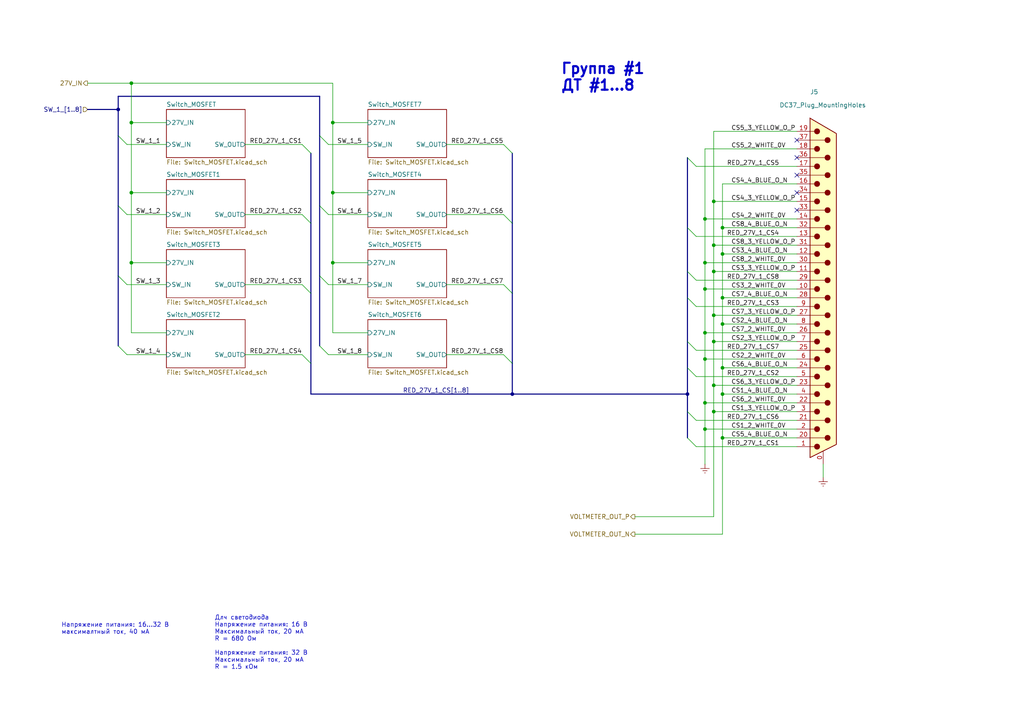
<source format=kicad_sch>
(kicad_sch (version 20231120) (generator "eeschema") (generator_version "8.0")
  (paper "A4")
  (lib_symbols
    (symbol "Connector:DC37_Plug_MountingHoles" (pin_names (offset 1.016) hide)
      (property "Reference" "J" (at 0 52.705 0))
      (property "Value" "DC37_Plug_MountingHoles" (at 0 50.8 0))
      (symbol "DC37_Plug_MountingHoles_0_1"
        (circle (center -1.778 -45.72) (radius 0.762) (fill (type outline)))
        (circle (center -1.778 -40.64) (radius 0.762) (fill (type outline)))
        (circle (center -1.778 -35.56) (radius 0.762) (fill (type outline)))
        (circle (center -1.778 -30.48) (radius 0.762) (fill (type outline)))
        (circle (center -1.778 -25.4) (radius 0.762) (fill (type outline)))
        (circle (center -1.778 -20.32) (radius 0.762) (fill (type outline)))
        (circle (center -1.778 -15.24) (radius 0.762) (fill (type outline)))
        (circle (center -1.778 -10.16) (radius 0.762) (fill (type outline)))
        (circle (center -1.778 -5.08) (radius 0.762) (fill (type outline)))
        (circle (center -1.778 0) (radius 0.762) (fill (type outline)))
        (circle (center -1.778 5.08) (radius 0.762) (fill (type outline)))
        (circle (center -1.778 10.16) (radius 0.762) (fill (type outline)))
        (circle (center -1.778 15.24) (radius 0.762) (fill (type outline)))
        (circle (center -1.778 20.32) (radius 0.762) (fill (type outline)))
        (circle (center -1.778 25.4) (radius 0.762) (fill (type outline)))
        (circle (center -1.778 30.48) (radius 0.762) (fill (type outline)))
        (circle (center -1.778 35.56) (radius 0.762) (fill (type outline)))
        (circle (center -1.778 40.64) (radius 0.762) (fill (type outline)))
        (circle (center -1.778 45.72) (radius 0.762) (fill (type outline)))
        (polyline (pts (xy -3.81 -45.72) (xy -2.54 -45.72)))
        (polyline (pts (xy -3.81 -43.18) (xy 0.508 -43.18)))
        (polyline (pts (xy -3.81 -40.64) (xy -2.54 -40.64)))
        (polyline (pts (xy -3.81 -38.1) (xy 0.508 -38.1)))
        (polyline (pts (xy -3.81 -35.56) (xy -2.54 -35.56)))
        (polyline (pts (xy -3.81 -33.02) (xy 0.508 -33.02)))
        (polyline (pts (xy -3.81 -30.48) (xy -2.54 -30.48)))
        (polyline (pts (xy -3.81 -27.94) (xy 0.508 -27.94)))
        (polyline (pts (xy -3.81 -25.4) (xy -2.54 -25.4)))
        (polyline (pts (xy -3.81 -22.86) (xy 0.508 -22.86)))
        (polyline (pts (xy -3.81 -20.32) (xy -2.54 -20.32)))
        (polyline (pts (xy -3.81 -17.78) (xy 0.508 -17.78)))
        (polyline (pts (xy -3.81 -15.24) (xy -2.54 -15.24)))
        (polyline (pts (xy -3.81 -12.7) (xy 0.508 -12.7)))
        (polyline (pts (xy -3.81 -10.16) (xy -2.54 -10.16)))
        (polyline (pts (xy -3.81 -7.62) (xy 0.508 -7.62)))
        (polyline (pts (xy -3.81 -5.08) (xy -2.54 -5.08)))
        (polyline (pts (xy -3.81 -2.54) (xy 0.508 -2.54)))
        (polyline (pts (xy -3.81 0) (xy -2.54 0)))
        (polyline (pts (xy -3.81 2.54) (xy 0.508 2.54)))
        (polyline (pts (xy -3.81 5.08) (xy -2.54 5.08)))
        (polyline (pts (xy -3.81 7.62) (xy 0.508 7.62)))
        (polyline (pts (xy -3.81 10.16) (xy -2.54 10.16)))
        (polyline (pts (xy -3.81 12.7) (xy 0.508 12.7)))
        (polyline (pts (xy -3.81 15.24) (xy -2.54 15.24)))
        (polyline (pts (xy -3.81 17.78) (xy 0.508 17.78)))
        (polyline (pts (xy -3.81 20.32) (xy -2.54 20.32)))
        (polyline (pts (xy -3.81 22.86) (xy 0.508 22.86)))
        (polyline (pts (xy -3.81 25.4) (xy -2.54 25.4)))
        (polyline (pts (xy -3.81 27.94) (xy 0.508 27.94)))
        (polyline (pts (xy -3.81 30.48) (xy -2.54 30.48)))
        (polyline (pts (xy -3.81 33.02) (xy 0.508 33.02)))
        (polyline (pts (xy -3.81 35.56) (xy -2.54 35.56)))
        (polyline (pts (xy -3.81 38.1) (xy 0.508 38.1)))
        (polyline (pts (xy -3.81 40.64) (xy -2.54 40.64)))
        (polyline (pts (xy -3.81 43.18) (xy 0.508 43.18)))
        (polyline (pts (xy -3.81 45.72) (xy -2.54 45.72)))
        (polyline (pts (xy -3.81 49.53) (xy 3.81 45.085) (xy 3.81 -45.085) (xy -3.81 -48.895) (xy -3.81 49.53)) (stroke (width 0.254)) (fill (type background)))
        (circle (center 1.27 -43.18) (radius 0.762) (fill (type outline)))
        (circle (center 1.27 -38.1) (radius 0.762) (fill (type outline)))
        (circle (center 1.27 -33.02) (radius 0.762) (fill (type outline)))
        (circle (center 1.27 -27.94) (radius 0.762) (fill (type outline)))
        (circle (center 1.27 -22.86) (radius 0.762) (fill (type outline)))
        (circle (center 1.27 -17.78) (radius 0.762) (fill (type outline)))
        (circle (center 1.27 -12.7) (radius 0.762) (fill (type outline)))
        (circle (center 1.27 -7.62) (radius 0.762) (fill (type outline)))
        (circle (center 1.27 -2.54) (radius 0.762) (fill (type outline)))
        (circle (center 1.27 2.54) (radius 0.762) (fill (type outline)))
        (circle (center 1.27 7.62) (radius 0.762) (fill (type outline)))
        (circle (center 1.27 12.7) (radius 0.762) (fill (type outline)))
        (circle (center 1.27 17.78) (radius 0.762) (fill (type outline)))
        (circle (center 1.27 22.86) (radius 0.762) (fill (type outline)))
        (circle (center 1.27 27.94) (radius 0.762) (fill (type outline)))
        (circle (center 1.27 33.02) (radius 0.762) (fill (type outline)))
        (circle (center 1.27 38.1) (radius 0.762) (fill (type outline)))
        (circle (center 1.27 43.18) (radius 0.762) (fill (type outline)))
      )
      (symbol "DC37_Plug_MountingHoles_1_1"
        (pin passive line (at 0 -50.8 90) (length 3.81) (name "PAD") (number "0"))
        (pin passive line (at -7.62 -45.72 0) (length 3.81) (name "1") (number "1"))
        (pin passive line (at -7.62 0 0) (length 3.81) (name "10") (number "10"))
        (pin passive line (at -7.62 5.08 0) (length 3.81) (name "11") (number "11"))
        (pin passive line (at -7.62 10.16 0) (length 3.81) (name "12") (number "12"))
        (pin passive line (at -7.62 15.24 0) (length 3.81) (name "13") (number "13"))
        (pin passive line (at -7.62 20.32 0) (length 3.81) (name "14") (number "14"))
        (pin passive line (at -7.62 25.4 0) (length 3.81) (name "15") (number "15"))
        (pin passive line (at -7.62 30.48 0) (length 3.81) (name "16") (number "16"))
        (pin passive line (at -7.62 35.56 0) (length 3.81) (name "17") (number "17"))
        (pin passive line (at -7.62 40.64 0) (length 3.81) (name "18") (number "18"))
        (pin passive line (at -7.62 45.72 0) (length 3.81) (name "19") (number "19"))
        (pin passive line (at -7.62 -40.64 0) (length 3.81) (name "2") (number "2"))
        (pin passive line (at -7.62 -43.18 0) (length 3.81) (name "20") (number "20"))
        (pin passive line (at -7.62 -38.1 0) (length 3.81) (name "21") (number "21"))
        (pin passive line (at -7.62 -33.02 0) (length 3.81) (name "22") (number "22"))
        (pin passive line (at -7.62 -27.94 0) (length 3.81) (name "23") (number "23"))
        (pin passive line (at -7.62 -22.86 0) (length 3.81) (name "24") (number "24"))
        (pin passive line (at -7.62 -17.78 0) (length 3.81) (name "25") (number "25"))
        (pin passive line (at -7.62 -12.7 0) (length 3.81) (name "26") (number "26"))
        (pin passive line (at -7.62 -7.62 0) (length 3.81) (name "27") (number "27"))
        (pin passive line (at -7.62 -2.54 0) (length 3.81) (name "28") (number "28"))
        (pin passive line (at -7.62 2.54 0) (length 3.81) (name "29") (number "29"))
        (pin passive line (at -7.62 -35.56 0) (length 3.81) (name "3") (number "3"))
        (pin passive line (at -7.62 7.62 0) (length 3.81) (name "30") (number "30"))
        (pin passive line (at -7.62 12.7 0) (length 3.81) (name "31") (number "31"))
        (pin passive line (at -7.62 17.78 0) (length 3.81) (name "32") (number "32"))
        (pin passive line (at -7.62 22.86 0) (length 3.81) (name "33") (number "33"))
        (pin passive line (at -7.62 27.94 0) (length 3.81) (name "34") (number "34"))
        (pin passive line (at -7.62 33.02 0) (length 3.81) (name "35") (number "35"))
        (pin passive line (at -7.62 38.1 0) (length 3.81) (name "36") (number "36"))
        (pin passive line (at -7.62 43.18 0) (length 3.81) (name "37") (number "37"))
        (pin passive line (at -7.62 -30.48 0) (length 3.81) (name "4") (number "4"))
        (pin passive line (at -7.62 -25.4 0) (length 3.81) (name "5") (number "5"))
        (pin passive line (at -7.62 -20.32 0) (length 3.81) (name "6") (number "6"))
        (pin passive line (at -7.62 -15.24 0) (length 3.81) (name "7") (number "7"))
        (pin passive line (at -7.62 -10.16 0) (length 3.81) (name "8") (number "8"))
        (pin passive line (at -7.62 -5.08 0) (length 3.81) (name "9") (number "9"))
      )
    )
    (symbol "power:Earth" (power) (pin_names (offset 0))
      (symbol "Earth_0_1"
        (polyline (pts (xy -0.635 -1.905) (xy 0.635 -1.905)))
        (polyline (pts (xy -0.127 -2.54) (xy 0.127 -2.54)))
        (polyline (pts (xy 0 -1.27) (xy 0 0)))
        (polyline (pts (xy 1.27 -1.27) (xy -1.27 -1.27)))
      )
      (symbol "Earth_1_1"
        (pin power_in line (at 0 0 270) (length 0) hide (name "Earth") (number "1"))
      )
    )
  )
  (junction (at 204.47 96.52))
  (junction (at 207.01 119.38))
  (junction (at 34.29 31.75))
  (junction (at 209.55 73.66))
  (junction (at 207.01 58.42))
  (junction (at 209.55 106.68))
  (junction (at 204.47 116.84))
  (junction (at 204.47 63.5))
  (junction (at 204.47 124.46))
  (junction (at 38.1 24.13))
  (junction (at 96.52 35.56))
  (junction (at 209.55 93.98))
  (junction (at 207.01 71.12))
  (junction (at 207.01 91.44))
  (junction (at 204.47 76.2))
  (junction (at 207.01 78.74))
  (junction (at 96.52 76.2))
  (junction (at 207.01 99.06))
  (junction (at 148.59 114.3))
  (junction (at 209.55 127))
  (junction (at 38.1 55.88))
  (junction (at 38.1 35.56))
  (junction (at 209.55 66.04))
  (junction (at 199.39 114.3))
  (junction (at 204.47 83.82))
  (junction (at 209.55 86.36))
  (junction (at 204.47 104.14))
  (junction (at 96.52 55.88))
  (junction (at 38.1 76.2))
  (junction (at 207.01 111.76))
  (junction (at 209.55 114.3))
  (no_connect (at 231.14 60.96))
  (no_connect (at 231.14 40.64))
  (no_connect (at 231.14 50.8))
  (no_connect (at 231.14 55.88))
  (no_connect (at 231.14 45.72))
  (bus_entry (at 92.71 39.37) (size 2.54 2.54))
  (bus_entry (at 199.39 119.38) (size 2.54 2.54))
  (bus_entry (at 87.63 41.91) (size 2.54 2.54))
  (bus_entry (at 199.39 86.36) (size 2.54 2.54))
  (bus_entry (at 146.05 62.23) (size 2.54 2.54))
  (bus_entry (at 34.29 59.69) (size 2.54 2.54))
  (bus_entry (at 199.39 66.04) (size 2.54 2.54))
  (bus_entry (at 87.63 102.87) (size 2.54 2.54))
  (bus_entry (at 34.29 39.37) (size 2.54 2.54))
  (bus_entry (at 146.05 82.55) (size 2.54 2.54))
  (bus_entry (at 146.05 102.87) (size 2.54 2.54))
  (bus_entry (at 92.71 59.69) (size 2.54 2.54))
  (bus_entry (at 92.71 80.01) (size 2.54 2.54))
  (bus_entry (at 92.71 100.33) (size 2.54 2.54))
  (bus_entry (at 87.63 62.23) (size 2.54 2.54))
  (bus_entry (at 199.39 45.72) (size 2.54 2.54))
  (bus_entry (at 199.39 78.74) (size 2.54 2.54))
  (bus_entry (at 199.39 127) (size 2.54 2.54))
  (bus_entry (at 34.29 100.33) (size 2.54 2.54))
  (bus_entry (at 87.63 82.55) (size 2.54 2.54))
  (bus_entry (at 199.39 99.06) (size 2.54 2.54))
  (bus_entry (at 146.05 41.91) (size 2.54 2.54))
  (bus_entry (at 34.29 80.01) (size 2.54 2.54))
  (bus_entry (at 199.39 106.68) (size 2.54 2.54))
  (wire (pts (xy 231.14 53.34) (xy 209.55 53.34)))
  (wire (pts (xy 201.93 129.54) (xy 231.14 129.54)))
  (bus (pts (xy 34.29 31.75) (xy 25.4 31.75)))
  (wire (pts (xy 207.01 119.38) (xy 207.01 149.86)))
  (wire (pts (xy 207.01 119.38) (xy 231.14 119.38)))
  (wire (pts (xy 207.01 71.12) (xy 231.14 71.12)))
  (wire (pts (xy 209.55 73.66) (xy 231.14 73.66)))
  (wire (pts (xy 204.47 43.18) (xy 204.47 63.5)))
  (wire (pts (xy 48.26 55.88) (xy 38.1 55.88)))
  (wire (pts (xy 201.93 109.22) (xy 231.14 109.22)))
  (wire (pts (xy 204.47 124.46) (xy 204.47 134.62)))
  (wire (pts (xy 95.25 62.23) (xy 106.68 62.23)))
  (wire (pts (xy 201.93 121.92) (xy 231.14 121.92)))
  (bus (pts (xy 92.71 80.01) (xy 92.71 59.69)))
  (wire (pts (xy 96.52 35.56) (xy 96.52 24.13)))
  (wire (pts (xy 209.55 53.34) (xy 209.55 66.04)))
  (wire (pts (xy 184.15 149.86) (xy 207.01 149.86)))
  (bus (pts (xy 34.29 27.94) (xy 34.29 31.75)))
  (bus (pts (xy 92.71 39.37) (xy 92.71 27.94)))
  (wire (pts (xy 204.47 116.84) (xy 204.47 124.46)))
  (wire (pts (xy 129.54 41.91) (xy 146.05 41.91)))
  (wire (pts (xy 36.83 62.23) (xy 48.26 62.23)))
  (wire (pts (xy 207.01 91.44) (xy 231.14 91.44)))
  (wire (pts (xy 204.47 116.84) (xy 231.14 116.84)))
  (wire (pts (xy 207.01 58.42) (xy 207.01 71.12)))
  (wire (pts (xy 204.47 83.82) (xy 231.14 83.82)))
  (wire (pts (xy 204.47 124.46) (xy 231.14 124.46)))
  (wire (pts (xy 96.52 96.52) (xy 96.52 76.2)))
  (bus (pts (xy 90.17 85.09) (xy 90.17 105.41)))
  (wire (pts (xy 71.12 62.23) (xy 87.63 62.23)))
  (wire (pts (xy 209.55 106.68) (xy 209.55 114.3)))
  (wire (pts (xy 209.55 66.04) (xy 209.55 73.66)))
  (wire (pts (xy 204.47 63.5) (xy 231.14 63.5)))
  (wire (pts (xy 38.1 55.88) (xy 38.1 35.56)))
  (wire (pts (xy 71.12 102.87) (xy 87.63 102.87)))
  (wire (pts (xy 207.01 58.42) (xy 231.14 58.42)))
  (wire (pts (xy 204.47 96.52) (xy 231.14 96.52)))
  (wire (pts (xy 204.47 63.5) (xy 204.47 76.2)))
  (wire (pts (xy 71.12 82.55) (xy 87.63 82.55)))
  (wire (pts (xy 201.93 68.58) (xy 231.14 68.58)))
  (wire (pts (xy 204.47 104.14) (xy 204.47 116.84)))
  (bus (pts (xy 199.39 86.36) (xy 199.39 99.06)))
  (wire (pts (xy 204.47 104.14) (xy 231.14 104.14)))
  (wire (pts (xy 207.01 111.76) (xy 231.14 111.76)))
  (wire (pts (xy 106.68 35.56) (xy 96.52 35.56)))
  (wire (pts (xy 209.55 127) (xy 209.55 154.94)))
  (bus (pts (xy 148.59 105.41) (xy 148.59 114.3)))
  (wire (pts (xy 209.55 114.3) (xy 231.14 114.3)))
  (wire (pts (xy 209.55 73.66) (xy 209.55 86.36)))
  (wire (pts (xy 209.55 93.98) (xy 231.14 93.98)))
  (bus (pts (xy 90.17 64.77) (xy 90.17 85.09)))
  (bus (pts (xy 148.59 44.45) (xy 148.59 64.77)))
  (wire (pts (xy 201.93 48.26) (xy 231.14 48.26)))
  (wire (pts (xy 95.25 41.91) (xy 106.68 41.91)))
  (wire (pts (xy 204.47 76.2) (xy 231.14 76.2)))
  (wire (pts (xy 204.47 83.82) (xy 204.47 96.52)))
  (bus (pts (xy 90.17 105.41) (xy 90.17 114.3)))
  (wire (pts (xy 36.83 102.87) (xy 48.26 102.87)))
  (bus (pts (xy 34.29 80.01) (xy 34.29 100.33)))
  (wire (pts (xy 36.83 41.91) (xy 48.26 41.91)))
  (wire (pts (xy 106.68 55.88) (xy 96.52 55.88)))
  (wire (pts (xy 209.55 114.3) (xy 209.55 127)))
  (wire (pts (xy 207.01 38.1) (xy 207.01 58.42)))
  (bus (pts (xy 148.59 64.77) (xy 148.59 85.09)))
  (wire (pts (xy 209.55 86.36) (xy 209.55 93.98)))
  (wire (pts (xy 209.55 93.98) (xy 209.55 106.68)))
  (wire (pts (xy 96.52 55.88) (xy 96.52 35.56)))
  (wire (pts (xy 209.55 127) (xy 231.14 127)))
  (bus (pts (xy 148.59 114.3) (xy 199.39 114.3)))
  (wire (pts (xy 38.1 24.13) (xy 96.52 24.13)))
  (wire (pts (xy 106.68 76.2) (xy 96.52 76.2)))
  (bus (pts (xy 92.71 59.69) (xy 92.71 39.37)))
  (bus (pts (xy 199.39 66.04) (xy 199.39 78.74)))
  (wire (pts (xy 96.52 76.2) (xy 96.52 55.88)))
  (wire (pts (xy 106.68 96.52) (xy 96.52 96.52)))
  (bus (pts (xy 90.17 44.45) (xy 90.17 64.77)))
  (wire (pts (xy 209.55 66.04) (xy 231.14 66.04)))
  (wire (pts (xy 207.01 99.06) (xy 231.14 99.06)))
  (wire (pts (xy 71.12 41.91) (xy 87.63 41.91)))
  (bus (pts (xy 34.29 39.37) (xy 34.29 59.69)))
  (wire (pts (xy 231.14 38.1) (xy 207.01 38.1)))
  (wire (pts (xy 129.54 102.87) (xy 146.05 102.87)))
  (wire (pts (xy 201.93 81.28) (xy 231.14 81.28)))
  (wire (pts (xy 238.76 134.62) (xy 238.76 138.43)))
  (bus (pts (xy 199.39 106.68) (xy 199.39 114.3)))
  (bus (pts (xy 148.59 85.09) (xy 148.59 105.41)))
  (wire (pts (xy 48.26 35.56) (xy 38.1 35.56)))
  (wire (pts (xy 204.47 76.2) (xy 204.47 83.82)))
  (wire (pts (xy 207.01 91.44) (xy 207.01 99.06)))
  (wire (pts (xy 209.55 106.68) (xy 231.14 106.68)))
  (wire (pts (xy 207.01 111.76) (xy 207.01 119.38)))
  (bus (pts (xy 199.39 119.38) (xy 199.39 127)))
  (wire (pts (xy 201.93 101.6) (xy 231.14 101.6)))
  (wire (pts (xy 129.54 62.23) (xy 146.05 62.23)))
  (wire (pts (xy 207.01 78.74) (xy 207.01 91.44)))
  (wire (pts (xy 95.25 102.87) (xy 106.68 102.87)))
  (bus (pts (xy 90.17 114.3) (xy 148.59 114.3)))
  (wire (pts (xy 48.26 96.52) (xy 38.1 96.52)))
  (wire (pts (xy 38.1 35.56) (xy 38.1 24.13)))
  (bus (pts (xy 199.39 78.74) (xy 199.39 86.36)))
  (wire (pts (xy 207.01 78.74) (xy 231.14 78.74)))
  (wire (pts (xy 38.1 96.52) (xy 38.1 76.2)))
  (wire (pts (xy 207.01 99.06) (xy 207.01 111.76)))
  (bus (pts (xy 92.71 100.33) (xy 92.71 80.01)))
  (wire (pts (xy 184.15 154.94) (xy 209.55 154.94)))
  (bus (pts (xy 199.39 114.3) (xy 199.39 119.38)))
  (wire (pts (xy 207.01 71.12) (xy 207.01 78.74)))
  (wire (pts (xy 25.4 24.13) (xy 38.1 24.13)))
  (bus (pts (xy 199.39 99.06) (xy 199.39 106.68)))
  (bus (pts (xy 199.39 45.72) (xy 199.39 66.04)))
  (wire (pts (xy 38.1 76.2) (xy 38.1 55.88)))
  (bus (pts (xy 92.71 27.94) (xy 34.29 27.94)))
  (wire (pts (xy 95.25 82.55) (xy 106.68 82.55)))
  (bus (pts (xy 34.29 59.69) (xy 34.29 80.01)))
  (wire (pts (xy 36.83 82.55) (xy 48.26 82.55)))
  (wire (pts (xy 129.54 82.55) (xy 146.05 82.55)))
  (wire (pts (xy 231.14 43.18) (xy 204.47 43.18)))
  (wire (pts (xy 204.47 96.52) (xy 204.47 104.14)))
  (wire (pts (xy 209.55 86.36) (xy 231.14 86.36)))
  (bus (pts (xy 34.29 31.75) (xy 34.29 39.37)))
  (wire (pts (xy 201.93 88.9) (xy 231.14 88.9)))
  (wire (pts (xy 38.1 76.2) (xy 48.26 76.2)))
  (text "Группа #1\nДТ #1...8" (at 162.56 26.67 0) (effects (font (size 3 3) (thickness 0.6) (bold yes)) (justify left bottom)))
  (text "Длч светодиода\nНапряжение питания: 16 В\nМаксимальный ток, 20 мА\nR = 680 Ом\n\nНапряжение питания: 32 В\nМаксимальный ток, 20 мА\nR = 1.5 кОм" (at 62.23 194.31 0) (effects (font (size 1.27 1.27)) (justify left bottom)))
  (text "Напряжение питания: 16...32 В\nмаксималтный ток, 40 мА" (at 17.78 184.15 0) (effects (font (size 1.27 1.27)) (justify left bottom)))
  (label "CS7_2_WHITE_0V" (at 212.09 96.52 0))
  (label "CS1_3_YELLOW_O_P" (at 212.09 119.38 0))
  (label "SW_1_7" (at 97.79 82.55 0))
  (label "RED_27V_1_CS2" (at 210.82 109.22 0))
  (label "CS3_3_YELLOW_O_P" (at 212.09 78.74 0))
  (label "CS3_4_BLUE_O_N" (at 212.09 73.66 0))
  (label "RED_27V_1_CS8" (at 210.82 81.28 0))
  (label "SW_1_8" (at 97.79 102.87 0))
  (label "CS4_3_YELLOW_O_P" (at 212.09 58.42 0))
  (label "RED_27V_1_CS5" (at 210.82 48.26 0))
  (label "SW_1_1" (at 39.37 41.91 0))
  (label "RED_27V_1_CS6" (at 210.82 121.92 0))
  (label "CS8_3_YELLOW_O_P" (at 212.09 71.12 0))
  (label "CS8_4_BLUE_O_N" (at 212.09 66.04 0))
  (label "RED_27V_1_CS1" (at 72.39 41.91 0))
  (label "RED_27V_1_CS4" (at 72.39 102.87 0))
  (label "CS1_2_WHITE_0V" (at 212.09 124.46 0))
  (label "CS6_4_BLUE_O_N" (at 212.09 106.68 0))
  (label "RED_27V_1_CS3" (at 210.82 88.9 0))
  (label "CS6_2_WHITE_0V" (at 212.09 116.84 0))
  (label "CS2_4_BLUE_O_N" (at 212.09 93.98 0))
  (label "RED_27V_1_CS6" (at 130.81 62.23 0))
  (label "RED_27V_1_CS8" (at 130.81 102.87 0))
  (label "RED_27V_1_CS3" (at 72.39 82.55 0))
  (label "CS3_2_WHITE_0V" (at 212.09 83.82 0))
  (label "CS2_2_WHITE_0V" (at 212.09 104.14 0))
  (label "SW_1_5" (at 97.79 41.91 0))
  (label "RED_27V_1_CS5" (at 130.81 41.91 0))
  (label "SW_1_2" (at 39.37 62.23 0))
  (label "RED_27V_1_CS2" (at 72.39 62.23 0))
  (label "CS5_3_YELLOW_O_P" (at 212.09 38.1 0))
  (label "CS5_4_BLUE_O_N" (at 212.09 127 0))
  (label "RED_27V_1_CS1" (at 210.82 129.54 0))
  (label "SW_1_3" (at 39.37 82.55 0))
  (label "CS1_4_BLUE_O_N" (at 212.09 114.3 0))
  (label "RED_27V_1_CS[1..8]" (at 116.84 114.3 0))
  (label "RED_27V_1_CS4" (at 210.82 68.58 0))
  (label "CS4_2_WHITE_0V" (at 212.09 63.5 0))
  (label "CS7_3_YELLOW_O_P" (at 212.09 91.44 0))
  (label "SW_1_4" (at 39.37 102.87 0))
  (label "CS8_2_WHITE_0V" (at 212.09 76.2 0))
  (label "CS7_4_BLUE_O_N" (at 212.09 86.36 0))
  (label "CS2_3_YELLOW_O_P" (at 212.09 99.06 0))
  (label "CS4_4_BLUE_O_N" (at 212.09 53.34 0))
  (label "SW_1_6" (at 97.79 62.23 0))
  (label "CS5_2_WHITE_0V" (at 212.09 43.18 0))
  (label "RED_27V_1_CS7" (at 210.82 101.6 0))
  (label "CS6_3_YELLOW_O_P" (at 212.09 111.76 0))
  (label "RED_27V_1_CS7" (at 130.81 82.55 0))
  (hierarchical_label "VOLTMETER_OUT_N" (shape output) (at 184.15 154.94 180))
  (hierarchical_label "SW_1_[1..8]" (shape input) (at 25.4 31.75 180))
  (hierarchical_label "VOLTMETER_OUT_P" (shape output) (at 184.15 149.86 180))
  (hierarchical_label "27V_IN" (shape output) (at 25.4 24.13 180))
  (symbol (lib_id "Connector:DC37_Plug_MountingHoles") (at 238.76 83.82 0) (unit 1)
    (property "Reference" "J5" (at 234.95 26.67 0) (effects (justify left)))
    (property "Value" "DC37_Plug_MountingHoles" (at 226.06 30.48 0) (effects (justify left)))
    (property "Footprint" "Connector_Dsub:DSUB-37_Male_Vertical_P2.77x2.84mm_MountingHoles" (effects (hide yes)))
    (property "Datasheet" " ~" (effects (hide yes)))
  )
  (symbol (lib_id "power:Earth") (at 238.76 138.43 0) (unit 1)
    (property "Reference" "#PWR023" (effects (hide yes)))
    (property "Value" "Earth" (effects (hide yes)))
  )
  (symbol (lib_id "power:Earth") (at 204.47 134.62 0) (unit 1)
    (property "Reference" "#PWR022" (effects (hide yes)))
    (property "Value" "Earth" (effects (hide yes)))
  )
  (sheet (at 106.68 31.75) (size 22.86 13.97) (stroke (width 0.1524))
    (property "Sheetname" "Switch_MOSFET7" (at 106.68 31.0384 0) (effects (justify left bottom)))
    (property "Sheetfile" "Switch_MOSFET.kicad_sch" (at 106.68 46.3046 0) (effects (justify left top)))
    (pin "SW_OUT" output (at 129.54 41.91 0))
    (pin "SW_IN" input (at 106.68 41.91 180))
    (pin "27V_IN" input (at 106.68 35.56 180))
  )
  (sheet (at 106.68 92.71) (size 22.86 13.97) (stroke (width 0.1524))
    (property "Sheetname" "Switch_MOSFET6" (at 106.68 91.9984 0) (effects (justify left bottom)))
    (property "Sheetfile" "Switch_MOSFET.kicad_sch" (at 106.68 107.2646 0) (effects (justify left top)))
    (pin "SW_OUT" output (at 129.54 102.87 0))
    (pin "SW_IN" input (at 106.68 102.87 180))
    (pin "27V_IN" input (at 106.68 96.52 180))
  )
  (sheet (at 48.26 52.07) (size 22.86 13.97) (stroke (width 0.1524))
    (property "Sheetname" "Switch_MOSFET1" (at 48.26 51.3584 0) (effects (justify left bottom)))
    (property "Sheetfile" "Switch_MOSFET.kicad_sch" (at 48.26 66.6246 0) (effects (justify left top)))
    (pin "SW_OUT" output (at 71.12 62.23 0))
    (pin "SW_IN" input (at 48.26 62.23 180))
    (pin "27V_IN" input (at 48.26 55.88 180))
  )
  (sheet (at 48.26 72.39) (size 22.86 13.97) (stroke (width 0.1524))
    (property "Sheetname" "Switch_MOSFET3" (at 48.26 71.6784 0) (effects (justify left bottom)))
    (property "Sheetfile" "Switch_MOSFET.kicad_sch" (at 48.26 86.9446 0) (effects (justify left top)))
    (pin "SW_OUT" output (at 71.12 82.55 0))
    (pin "SW_IN" input (at 48.26 82.55 180))
    (pin "27V_IN" input (at 48.26 76.2 180))
  )
  (sheet (at 48.26 31.75) (size 22.86 13.97) (stroke (width 0.1524))
    (property "Sheetname" "Switch_MOSFET" (at 48.26 31.0384 0) (effects (justify left bottom)))
    (property "Sheetfile" "Switch_MOSFET.kicad_sch" (at 48.26 46.3046 0) (effects (justify left top)))
    (pin "SW_OUT" output (at 71.12 41.91 0))
    (pin "SW_IN" input (at 48.26 41.91 180))
    (pin "27V_IN" input (at 48.26 35.56 180))
  )
  (sheet (at 48.26 92.71) (size 22.86 13.97) (stroke (width 0.1524))
    (property "Sheetname" "Switch_MOSFET2" (at 48.26 91.9984 0) (effects (justify left bottom)))
    (property "Sheetfile" "Switch_MOSFET.kicad_sch" (at 48.26 107.2646 0) (effects (justify left top)))
    (pin "SW_OUT" output (at 71.12 102.87 0))
    (pin "SW_IN" input (at 48.26 102.87 180))
    (pin "27V_IN" input (at 48.26 96.52 180))
  )
  (sheet (at 106.68 72.39) (size 22.86 13.97) (stroke (width 0.1524))
    (property "Sheetname" "Switch_MOSFET5" (at 106.68 71.6784 0) (effects (justify left bottom)))
    (property "Sheetfile" "Switch_MOSFET.kicad_sch" (at 106.68 86.9446 0) (effects (justify left top)))
    (pin "SW_OUT" output (at 129.54 82.55 0))
    (pin "SW_IN" input (at 106.68 82.55 180))
    (pin "27V_IN" input (at 106.68 76.2 180))
  )
  (sheet (at 106.68 52.07) (size 22.86 13.97) (stroke (width 0.1524))
    (property "Sheetname" "Switch_MOSFET4" (at 106.68 51.3584 0) (effects (justify left bottom)))
    (property "Sheetfile" "Switch_MOSFET.kicad_sch" (at 106.68 66.6246 0) (effects (justify left top)))
    (pin "SW_OUT" output (at 129.54 62.23 0))
    (pin "SW_IN" input (at 106.68 62.23 180))
    (pin "27V_IN" input (at 106.68 55.88 180))
  )
)
</source>
